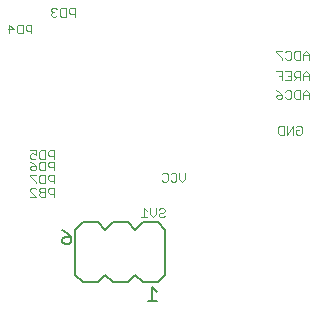
<source format=gbr>
G04 EAGLE Gerber RS-274X export*
G75*
%MOMM*%
%FSLAX34Y34*%
%LPD*%
%INSilkscreen Bottom*%
%IPPOS*%
%AMOC8*
5,1,8,0,0,1.08239X$1,22.5*%
G01*
%ADD10C,0.152400*%
%ADD11C,0.127000*%
%ADD12C,0.076200*%


D10*
X469900Y195163D02*
X457200Y195163D01*
X450850Y188813D01*
X444500Y195163D01*
X431800Y195163D01*
X425450Y188813D01*
X469900Y195163D02*
X476250Y188813D01*
X425450Y188813D02*
X419100Y195163D01*
X406400Y195163D01*
X400050Y188813D01*
X400050Y150713D01*
X450850Y150713D02*
X457200Y144363D01*
X431800Y144363D02*
X425450Y150713D01*
X431800Y144363D02*
X444500Y144363D01*
X450850Y150713D01*
X476250Y150713D02*
X476250Y188813D01*
X476250Y150713D02*
X469900Y144363D01*
X457200Y144363D01*
X406400Y144363D02*
X400050Y150713D01*
X406400Y144363D02*
X419100Y144363D01*
X425450Y150713D01*
D11*
X465452Y139927D02*
X469265Y136114D01*
X465452Y139927D02*
X465452Y128488D01*
X469265Y128488D02*
X461639Y128488D01*
X393062Y186281D02*
X389249Y188187D01*
X393062Y186281D02*
X396875Y182467D01*
X396875Y178654D01*
X394968Y176748D01*
X391155Y176748D01*
X389249Y178654D01*
X389249Y180561D01*
X391155Y182467D01*
X396875Y182467D01*
D12*
X470954Y205497D02*
X472183Y206726D01*
X474640Y206726D01*
X475869Y205497D01*
X475869Y204268D01*
X474640Y203040D01*
X472183Y203040D01*
X470954Y201811D01*
X470954Y200582D01*
X472183Y199354D01*
X474640Y199354D01*
X475869Y200582D01*
X468385Y201811D02*
X468385Y206726D01*
X468385Y201811D02*
X465927Y199354D01*
X463470Y201811D01*
X463470Y206726D01*
X460901Y204268D02*
X458443Y206726D01*
X458443Y199354D01*
X455986Y199354D02*
X460901Y199354D01*
X382207Y227929D02*
X382207Y235301D01*
X378520Y235301D01*
X377292Y234072D01*
X377292Y231615D01*
X378520Y230386D01*
X382207Y230386D01*
X374722Y227929D02*
X374722Y235301D01*
X374722Y227929D02*
X371036Y227929D01*
X369808Y229157D01*
X369808Y234072D01*
X371036Y235301D01*
X374722Y235301D01*
X367238Y235301D02*
X362323Y235301D01*
X362323Y234072D01*
X367238Y229157D01*
X367238Y227929D01*
X382207Y239041D02*
X382207Y246413D01*
X378520Y246413D01*
X377292Y245185D01*
X377292Y242727D01*
X378520Y241498D01*
X382207Y241498D01*
X374722Y239041D02*
X374722Y246413D01*
X374722Y239041D02*
X371036Y239041D01*
X369808Y240270D01*
X369808Y245185D01*
X371036Y246413D01*
X374722Y246413D01*
X364781Y245185D02*
X362323Y246413D01*
X364781Y245185D02*
X367238Y242727D01*
X367238Y240270D01*
X366010Y239041D01*
X363552Y239041D01*
X362323Y240270D01*
X362323Y241498D01*
X363552Y242727D01*
X367238Y242727D01*
X382207Y248566D02*
X382207Y255938D01*
X378520Y255938D01*
X377292Y254710D01*
X377292Y252252D01*
X378520Y251023D01*
X382207Y251023D01*
X374722Y248566D02*
X374722Y255938D01*
X374722Y248566D02*
X371036Y248566D01*
X369808Y249795D01*
X369808Y254710D01*
X371036Y255938D01*
X374722Y255938D01*
X367238Y255938D02*
X362323Y255938D01*
X367238Y255938D02*
X367238Y252252D01*
X364781Y253481D01*
X363552Y253481D01*
X362323Y252252D01*
X362323Y249795D01*
X363552Y248566D01*
X366010Y248566D01*
X367238Y249795D01*
X363157Y354929D02*
X363157Y362301D01*
X359470Y362301D01*
X358242Y361072D01*
X358242Y358615D01*
X359470Y357386D01*
X363157Y357386D01*
X355672Y354929D02*
X355672Y362301D01*
X355672Y354929D02*
X351986Y354929D01*
X350758Y356157D01*
X350758Y361072D01*
X351986Y362301D01*
X355672Y362301D01*
X344502Y362301D02*
X344502Y354929D01*
X348188Y358615D02*
X344502Y362301D01*
X343273Y358615D02*
X348188Y358615D01*
X399669Y369216D02*
X399669Y376588D01*
X395983Y376588D01*
X394754Y375360D01*
X394754Y372902D01*
X395983Y371673D01*
X399669Y371673D01*
X392185Y369216D02*
X392185Y376588D01*
X392185Y369216D02*
X388499Y369216D01*
X387270Y370445D01*
X387270Y375360D01*
X388499Y376588D01*
X392185Y376588D01*
X384701Y375360D02*
X383472Y376588D01*
X381015Y376588D01*
X379786Y375360D01*
X379786Y374131D01*
X381015Y372902D01*
X382243Y372902D01*
X381015Y372902D02*
X379786Y371673D01*
X379786Y370445D01*
X381015Y369216D01*
X383472Y369216D01*
X384701Y370445D01*
X597881Y320283D02*
X597881Y315368D01*
X597881Y320283D02*
X595423Y322740D01*
X592966Y320283D01*
X592966Y315368D01*
X592966Y319054D02*
X597881Y319054D01*
X590396Y315368D02*
X590396Y322740D01*
X586710Y322740D01*
X585482Y321512D01*
X585482Y319054D01*
X586710Y317825D01*
X590396Y317825D01*
X587939Y317825D02*
X585482Y315368D01*
X582912Y322740D02*
X577997Y322740D01*
X582912Y322740D02*
X582912Y315368D01*
X577997Y315368D01*
X580455Y319054D02*
X582912Y319054D01*
X575428Y315368D02*
X575428Y322740D01*
X570513Y322740D01*
X572971Y319054D02*
X575428Y319054D01*
X597881Y332831D02*
X597881Y337745D01*
X595423Y340203D01*
X592966Y337745D01*
X592966Y332831D01*
X592966Y336517D02*
X597881Y336517D01*
X590396Y340203D02*
X590396Y332831D01*
X586710Y332831D01*
X585482Y334059D01*
X585482Y338974D01*
X586710Y340203D01*
X590396Y340203D01*
X579226Y340203D02*
X577997Y338974D01*
X579226Y340203D02*
X581684Y340203D01*
X582912Y338974D01*
X582912Y334059D01*
X581684Y332831D01*
X579226Y332831D01*
X577997Y334059D01*
X575428Y340203D02*
X570513Y340203D01*
X570513Y338974D01*
X575428Y334059D01*
X575428Y332831D01*
X597881Y304408D02*
X597881Y299493D01*
X597881Y304408D02*
X595423Y306865D01*
X592966Y304408D01*
X592966Y299493D01*
X592966Y303179D02*
X597881Y303179D01*
X590396Y306865D02*
X590396Y299493D01*
X586710Y299493D01*
X585482Y300722D01*
X585482Y305637D01*
X586710Y306865D01*
X590396Y306865D01*
X579226Y306865D02*
X577997Y305637D01*
X579226Y306865D02*
X581684Y306865D01*
X582912Y305637D01*
X582912Y300722D01*
X581684Y299493D01*
X579226Y299493D01*
X577997Y300722D01*
X572971Y305637D02*
X570513Y306865D01*
X572971Y305637D02*
X575428Y303179D01*
X575428Y300722D01*
X574199Y299493D01*
X571742Y299493D01*
X570513Y300722D01*
X570513Y301950D01*
X571742Y303179D01*
X575428Y303179D01*
X493332Y236888D02*
X493332Y231973D01*
X490874Y229516D01*
X488417Y231973D01*
X488417Y236888D01*
X482161Y236888D02*
X480933Y235660D01*
X482161Y236888D02*
X484619Y236888D01*
X485847Y235660D01*
X485847Y230745D01*
X484619Y229516D01*
X482161Y229516D01*
X480933Y230745D01*
X474677Y236888D02*
X473448Y235660D01*
X474677Y236888D02*
X477135Y236888D01*
X478363Y235660D01*
X478363Y230745D01*
X477135Y229516D01*
X474677Y229516D01*
X473448Y230745D01*
X587069Y275474D02*
X588298Y276703D01*
X590755Y276703D01*
X591984Y275474D01*
X591984Y270559D01*
X590755Y269331D01*
X588298Y269331D01*
X587069Y270559D01*
X587069Y273017D01*
X589527Y273017D01*
X584500Y269331D02*
X584500Y276703D01*
X579585Y269331D01*
X579585Y276703D01*
X577016Y276703D02*
X577016Y269331D01*
X573330Y269331D01*
X572101Y270559D01*
X572101Y275474D01*
X573330Y276703D01*
X577016Y276703D01*
X382207Y224188D02*
X382207Y216816D01*
X382207Y224188D02*
X378520Y224188D01*
X377292Y222960D01*
X377292Y220502D01*
X378520Y219273D01*
X382207Y219273D01*
X374722Y216816D02*
X374722Y224188D01*
X371036Y224188D01*
X369808Y222960D01*
X369808Y221731D01*
X371036Y220502D01*
X369808Y219273D01*
X369808Y218045D01*
X371036Y216816D01*
X374722Y216816D01*
X374722Y220502D02*
X371036Y220502D01*
X367238Y216816D02*
X362323Y216816D01*
X367238Y216816D02*
X362323Y221731D01*
X362323Y222960D01*
X363552Y224188D01*
X366010Y224188D01*
X367238Y222960D01*
M02*

</source>
